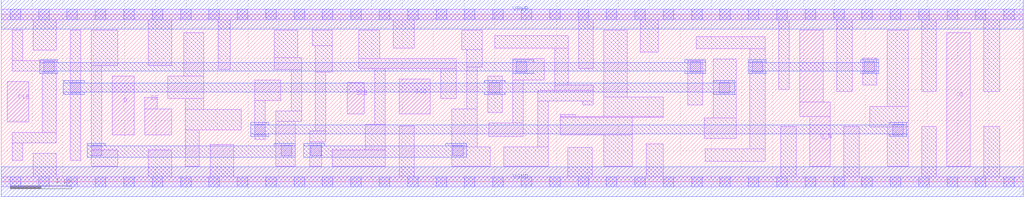
<source format=lef>
# Copyright 2020 The SkyWater PDK Authors
#
# Licensed under the Apache License, Version 2.0 (the "License");
# you may not use this file except in compliance with the License.
# You may obtain a copy of the License at
#
#     https://www.apache.org/licenses/LICENSE-2.0
#
# Unless required by applicable law or agreed to in writing, software
# distributed under the License is distributed on an "AS IS" BASIS,
# WITHOUT WARRANTIES OR CONDITIONS OF ANY KIND, either express or implied.
# See the License for the specific language governing permissions and
# limitations under the License.
#
# SPDX-License-Identifier: Apache-2.0

VERSION 5.7 ;
  NOWIREEXTENSIONATPIN ON ;
  DIVIDERCHAR "/" ;
  BUSBITCHARS "[]" ;
UNITS
  DATABASE MICRONS 200 ;
END UNITS
PROPERTYDEFINITIONS
  MACRO maskLayoutSubType STRING ;
  MACRO prCellType STRING ;
  MACRO originalViewName STRING ;
END PROPERTYDEFINITIONS
MACRO sky130_fd_sc_hdll__sedfxbp_2
  CLASS CORE ;
  FOREIGN sky130_fd_sc_hdll__sedfxbp_2 ;
  ORIGIN  0.000000  0.000000 ;
  SIZE  16.56000 BY  2.720000 ;
  SYMMETRY X Y R90 ;
  SITE unithd ;
  PIN CLK
    ANTENNAGATEAREA  0.178200 ;
    DIRECTION INPUT ;
    USE SIGNAL ;
    PORT
      LAYER li1 ;
        RECT 0.095000 0.975000 0.445000 1.625000 ;
    END
  END CLK
  PIN D
    ANTENNAGATEAREA  0.178200 ;
    DIRECTION INPUT ;
    USE SIGNAL ;
    PORT
      LAYER li1 ;
        RECT 1.795000 0.765000 2.155000 1.720000 ;
    END
  END D
  PIN DE
    ANTENNAGATEAREA  0.356400 ;
    DIRECTION INPUT ;
    USE SIGNAL ;
    PORT
      LAYER li1 ;
        RECT 2.325000 0.765000 2.765000 1.185000 ;
        RECT 2.325000 1.185000 2.525000 1.370000 ;
    END
  END DE
  PIN Q
    ANTENNADIFFAREA  0.530500 ;
    DIRECTION OUTPUT ;
    USE SIGNAL ;
    PORT
      LAYER li1 ;
        RECT 15.320000 0.255000 15.700000 2.420000 ;
    END
  END Q
  PIN Q_N
    ANTENNADIFFAREA  0.498000 ;
    DIRECTION OUTPUT ;
    USE SIGNAL ;
    PORT
      LAYER li1 ;
        RECT 12.935000 1.065000 13.430000 1.300000 ;
        RECT 12.935000 1.300000 13.315000 2.465000 ;
        RECT 13.100000 0.255000 13.430000 1.065000 ;
    END
  END Q_N
  PIN SCD
    ANTENNAGATEAREA  0.178200 ;
    DIRECTION INPUT ;
    USE SIGNAL ;
    PORT
      LAYER li1 ;
        RECT 6.445000 1.105000 6.950000 1.665000 ;
    END
  END SCD
  PIN SCE
    ANTENNAGATEAREA  0.356400 ;
    DIRECTION INPUT ;
    USE SIGNAL ;
    PORT
      LAYER li1 ;
        RECT 5.605000 1.105000 5.885000 1.615000 ;
    END
  END SCE
  PIN VGND
    ANTENNADIFFAREA  1.789200 ;
    DIRECTION INOUT ;
    USE SIGNAL ;
    PORT
      LAYER met1 ;
        RECT 0.000000 -0.240000 16.560000 0.240000 ;
    END
  END VGND
  PIN VPWR
    ANTENNADIFFAREA  2.495350 ;
    DIRECTION INOUT ;
    USE SIGNAL ;
    PORT
      LAYER met1 ;
        RECT 0.000000 2.480000 16.560000 2.960000 ;
    END
  END VPWR
  OBS
    LAYER li1 ;
      RECT  0.000000 -0.085000 16.560000 0.085000 ;
      RECT  0.000000  2.635000 16.560000 2.805000 ;
      RECT  0.175000  0.345000  0.345000 0.635000 ;
      RECT  0.175000  0.635000  0.895000 0.805000 ;
      RECT  0.175000  1.795000  0.895000 1.965000 ;
      RECT  0.175000  1.965000  0.345000 2.465000 ;
      RECT  0.515000  0.085000  0.895000 0.465000 ;
      RECT  0.515000  2.135000  0.895000 2.635000 ;
      RECT  0.665000  0.805000  0.895000 1.795000 ;
      RECT  1.115000  0.345000  1.285000 2.465000 ;
      RECT  1.455000  0.255000  1.885000 0.515000 ;
      RECT  1.455000  0.515000  1.625000 1.890000 ;
      RECT  1.455000  1.890000  1.885000 2.465000 ;
      RECT  2.385000  0.085000  2.765000 0.515000 ;
      RECT  2.385000  1.890000  2.765000 2.635000 ;
      RECT  2.695000  1.355000  3.285000 1.720000 ;
      RECT  2.955000  1.720000  3.285000 2.425000 ;
      RECT  2.980000  0.255000  3.205000 0.845000 ;
      RECT  2.980000  0.845000  3.885000 1.175000 ;
      RECT  2.980000  1.175000  3.285000 1.355000 ;
      RECT  3.385000  0.085000  3.765000 0.610000 ;
      RECT  3.515000  1.825000  3.710000 2.635000 ;
      RECT  4.105000  0.685000  4.275000 1.320000 ;
      RECT  4.105000  1.320000  4.525000 1.650000 ;
      RECT  4.425000  1.820000  4.865000 2.020000 ;
      RECT  4.425000  2.020000  4.805000 2.465000 ;
      RECT  4.445000  0.255000  4.765000 0.980000 ;
      RECT  4.445000  0.980000  4.865000 1.150000 ;
      RECT  4.695000  1.150000  4.865000 1.820000 ;
      RECT  4.995000  0.255000  5.195000 0.645000 ;
      RECT  4.995000  0.645000  5.255000 0.825000 ;
      RECT  5.035000  2.210000  5.365000 2.465000 ;
      RECT  5.085000  0.825000  5.255000 1.785000 ;
      RECT  5.085000  1.785000  5.365000 2.210000 ;
      RECT  5.365000  0.255000  6.225000 0.515000 ;
      RECT  5.790000  1.835000  7.370000 2.005000 ;
      RECT  5.790000  2.005000  6.130000 2.465000 ;
      RECT  5.895000  0.515000  6.225000 0.935000 ;
      RECT  6.055000  0.935000  6.225000 1.835000 ;
      RECT  6.350000  2.175000  6.695000 2.635000 ;
      RECT  6.445000  0.085000  6.695000 0.905000 ;
      RECT  7.120000  1.355000  7.370000 1.835000 ;
      RECT  7.300000  0.255000  7.920000 0.565000 ;
      RECT  7.300000  0.565000  7.710000 1.185000 ;
      RECT  7.460000  2.150000  7.790000 2.465000 ;
      RECT  7.540000  1.185000  7.710000 1.865000 ;
      RECT  7.540000  1.865000  7.790000 2.150000 ;
      RECT  7.880000  1.125000  8.115000 1.720000 ;
      RECT  7.900000  0.735000  8.455000 0.955000 ;
      RECT  8.000000  2.175000  9.190000 2.375000 ;
      RECT  8.140000  0.255000  8.865000 0.565000 ;
      RECT  8.285000  0.955000  8.455000 1.655000 ;
      RECT  8.285000  1.655000  8.800000 2.005000 ;
      RECT  8.695000  0.565000  8.865000 1.315000 ;
      RECT  8.695000  1.315000  9.595000 1.485000 ;
      RECT  8.970000  1.485000  9.595000 1.575000 ;
      RECT  8.970000  1.575000  9.190000 2.175000 ;
      RECT  9.055000  0.765000 10.220000 1.045000 ;
      RECT  9.055000  1.045000 10.730000 1.065000 ;
      RECT  9.055000  1.065000  9.305000 1.095000 ;
      RECT  9.180000  0.085000  9.575000 0.560000 ;
      RECT  9.360000  1.835000  9.595000 2.635000 ;
      RECT  9.425000  1.245000  9.595000 1.315000 ;
      RECT  9.765000  0.255000 10.220000 0.765000 ;
      RECT  9.765000  1.065000 10.730000 1.375000 ;
      RECT  9.765000  1.375000 10.145000 2.465000 ;
      RECT 10.355000  2.105000 10.645000 2.635000 ;
      RECT 10.450000  0.085000 10.725000 0.615000 ;
      RECT 11.125000  1.245000 11.365000 1.965000 ;
      RECT 11.260000  2.165000 12.375000 2.355000 ;
      RECT 11.390000  0.705000 11.905000 1.035000 ;
      RECT 11.410000  0.330000 12.375000 0.535000 ;
      RECT 11.535000  1.035000 11.905000 1.995000 ;
      RECT 12.125000  0.535000 12.375000 2.165000 ;
      RECT 12.595000  1.495000 12.765000 2.635000 ;
      RECT 12.630000  0.085000 12.880000 0.900000 ;
      RECT 13.535000  1.465000 13.785000 2.635000 ;
      RECT 13.650000  0.085000 13.900000 0.900000 ;
      RECT 13.955000  1.575000 14.185000 2.010000 ;
      RECT 14.070000  0.890000 14.695000 1.220000 ;
      RECT 14.355000  0.255000 14.695000 0.890000 ;
      RECT 14.355000  1.220000 14.695000 2.465000 ;
      RECT 14.915000  0.085000 15.150000 0.900000 ;
      RECT 14.915000  1.465000 15.150000 2.635000 ;
      RECT 15.920000  0.085000 16.180000 0.900000 ;
      RECT 15.920000  1.465000 16.180000 2.635000 ;
    LAYER mcon ;
      RECT  0.145000 -0.085000  0.315000 0.085000 ;
      RECT  0.145000  2.635000  0.315000 2.805000 ;
      RECT  0.605000 -0.085000  0.775000 0.085000 ;
      RECT  0.605000  2.635000  0.775000 2.805000 ;
      RECT  0.685000  1.785000  0.855000 1.955000 ;
      RECT  1.065000 -0.085000  1.235000 0.085000 ;
      RECT  1.065000  2.635000  1.235000 2.805000 ;
      RECT  1.115000  1.445000  1.285000 1.615000 ;
      RECT  1.455000  0.425000  1.625000 0.595000 ;
      RECT  1.525000 -0.085000  1.695000 0.085000 ;
      RECT  1.525000  2.635000  1.695000 2.805000 ;
      RECT  1.985000 -0.085000  2.155000 0.085000 ;
      RECT  1.985000  2.635000  2.155000 2.805000 ;
      RECT  2.445000 -0.085000  2.615000 0.085000 ;
      RECT  2.445000  2.635000  2.615000 2.805000 ;
      RECT  2.905000 -0.085000  3.075000 0.085000 ;
      RECT  2.905000  2.635000  3.075000 2.805000 ;
      RECT  3.365000 -0.085000  3.535000 0.085000 ;
      RECT  3.365000  2.635000  3.535000 2.805000 ;
      RECT  3.825000 -0.085000  3.995000 0.085000 ;
      RECT  3.825000  2.635000  3.995000 2.805000 ;
      RECT  4.105000  0.765000  4.275000 0.935000 ;
      RECT  4.285000 -0.085000  4.455000 0.085000 ;
      RECT  4.285000  2.635000  4.455000 2.805000 ;
      RECT  4.535000  0.425000  4.705000 0.595000 ;
      RECT  4.745000 -0.085000  4.915000 0.085000 ;
      RECT  4.745000  2.635000  4.915000 2.805000 ;
      RECT  5.015000  0.425000  5.185000 0.595000 ;
      RECT  5.205000 -0.085000  5.375000 0.085000 ;
      RECT  5.205000  2.635000  5.375000 2.805000 ;
      RECT  5.665000 -0.085000  5.835000 0.085000 ;
      RECT  5.665000  2.635000  5.835000 2.805000 ;
      RECT  6.125000 -0.085000  6.295000 0.085000 ;
      RECT  6.125000  2.635000  6.295000 2.805000 ;
      RECT  6.585000 -0.085000  6.755000 0.085000 ;
      RECT  6.585000  2.635000  6.755000 2.805000 ;
      RECT  7.045000 -0.085000  7.215000 0.085000 ;
      RECT  7.045000  2.635000  7.215000 2.805000 ;
      RECT  7.315000  0.425000  7.485000 0.595000 ;
      RECT  7.505000 -0.085000  7.675000 0.085000 ;
      RECT  7.505000  2.635000  7.675000 2.805000 ;
      RECT  7.910000  1.445000  8.080000 1.615000 ;
      RECT  7.965000 -0.085000  8.135000 0.085000 ;
      RECT  7.965000  2.635000  8.135000 2.805000 ;
      RECT  8.345000  1.785000  8.515000 1.955000 ;
      RECT  8.425000 -0.085000  8.595000 0.085000 ;
      RECT  8.425000  2.635000  8.595000 2.805000 ;
      RECT  8.885000 -0.085000  9.055000 0.085000 ;
      RECT  8.885000  2.635000  9.055000 2.805000 ;
      RECT  9.345000 -0.085000  9.515000 0.085000 ;
      RECT  9.345000  2.635000  9.515000 2.805000 ;
      RECT  9.805000 -0.085000  9.975000 0.085000 ;
      RECT  9.805000  2.635000  9.975000 2.805000 ;
      RECT 10.265000 -0.085000 10.435000 0.085000 ;
      RECT 10.265000  2.635000 10.435000 2.805000 ;
      RECT 10.725000 -0.085000 10.895000 0.085000 ;
      RECT 10.725000  2.635000 10.895000 2.805000 ;
      RECT 11.160000  1.785000 11.330000 1.955000 ;
      RECT 11.185000 -0.085000 11.355000 0.085000 ;
      RECT 11.185000  2.635000 11.355000 2.805000 ;
      RECT 11.630000  1.445000 11.800000 1.615000 ;
      RECT 11.645000 -0.085000 11.815000 0.085000 ;
      RECT 11.645000  2.635000 11.815000 2.805000 ;
      RECT 12.105000 -0.085000 12.275000 0.085000 ;
      RECT 12.105000  2.635000 12.275000 2.805000 ;
      RECT 12.165000  1.785000 12.335000 1.955000 ;
      RECT 12.565000 -0.085000 12.735000 0.085000 ;
      RECT 12.565000  2.635000 12.735000 2.805000 ;
      RECT 13.025000 -0.085000 13.195000 0.085000 ;
      RECT 13.025000  2.635000 13.195000 2.805000 ;
      RECT 13.485000 -0.085000 13.655000 0.085000 ;
      RECT 13.485000  2.635000 13.655000 2.805000 ;
      RECT 13.945000 -0.085000 14.115000 0.085000 ;
      RECT 13.945000  2.635000 14.115000 2.805000 ;
      RECT 13.985000  1.785000 14.155000 1.955000 ;
      RECT 14.405000 -0.085000 14.575000 0.085000 ;
      RECT 14.405000  2.635000 14.575000 2.805000 ;
      RECT 14.445000  0.765000 14.615000 0.935000 ;
      RECT 14.865000 -0.085000 15.035000 0.085000 ;
      RECT 14.865000  2.635000 15.035000 2.805000 ;
      RECT 15.325000 -0.085000 15.495000 0.085000 ;
      RECT 15.325000  2.635000 15.495000 2.805000 ;
      RECT 15.785000 -0.085000 15.955000 0.085000 ;
      RECT 15.785000  2.635000 15.955000 2.805000 ;
      RECT 16.245000 -0.085000 16.415000 0.085000 ;
      RECT 16.245000  2.635000 16.415000 2.805000 ;
    LAYER met1 ;
      RECT  0.625000 1.755000  0.915000 1.800000 ;
      RECT  0.625000 1.800000 11.415000 1.940000 ;
      RECT  0.625000 1.940000  0.915000 1.985000 ;
      RECT  1.005000 1.415000  1.345000 1.460000 ;
      RECT  1.005000 1.460000 11.885000 1.600000 ;
      RECT  1.005000 1.600000  1.345000 1.645000 ;
      RECT  1.395000 0.395000  4.765000 0.580000 ;
      RECT  1.395000 0.580000  1.685000 0.625000 ;
      RECT  4.045000 0.735000  4.335000 0.780000 ;
      RECT  4.045000 0.780000 14.675000 0.920000 ;
      RECT  4.045000 0.920000  4.335000 0.965000 ;
      RECT  4.425000 0.580000  4.765000 0.625000 ;
      RECT  4.905000 0.395000  7.545000 0.580000 ;
      RECT  4.905000 0.580000  5.245000 0.625000 ;
      RECT  7.205000 0.580000  7.545000 0.625000 ;
      RECT  7.825000 1.415000  8.165000 1.460000 ;
      RECT  7.825000 1.600000  8.165000 1.645000 ;
      RECT  8.285000 1.755000  8.625000 1.800000 ;
      RECT  8.285000 1.940000  8.625000 1.985000 ;
      RECT 11.075000 1.755000 11.415000 1.800000 ;
      RECT 11.075000 1.940000 11.415000 1.985000 ;
      RECT 11.545000 1.415000 11.885000 1.460000 ;
      RECT 11.545000 1.600000 11.885000 1.645000 ;
      RECT 12.105000 1.755000 12.395000 1.800000 ;
      RECT 12.105000 1.800000 14.215000 1.940000 ;
      RECT 12.105000 1.940000 12.395000 1.985000 ;
      RECT 13.925000 1.755000 14.215000 1.800000 ;
      RECT 13.925000 1.940000 14.215000 1.985000 ;
      RECT 14.385000 0.735000 14.675000 0.780000 ;
      RECT 14.385000 0.920000 14.675000 0.965000 ;
  END
  PROPERTY maskLayoutSubType "abstract" ;
  PROPERTY prCellType "standard" ;
  PROPERTY originalViewName "layout" ;
END sky130_fd_sc_hdll__sedfxbp_2
END LIBRARY

</source>
